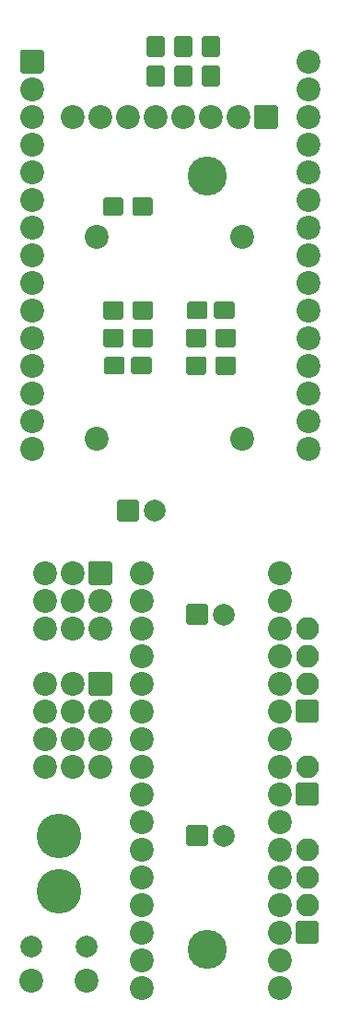
<source format=gbs>
G04 #@! TF.GenerationSoftware,KiCad,Pcbnew,(5.1.9)-1*
G04 #@! TF.CreationDate,2021-04-15T13:52:47+07:00*
G04 #@! TF.ProjectId,pendulumRobotModule,70656e64-756c-4756-9d52-6f626f744d6f,rev?*
G04 #@! TF.SameCoordinates,Original*
G04 #@! TF.FileFunction,Soldermask,Bot*
G04 #@! TF.FilePolarity,Negative*
%FSLAX46Y46*%
G04 Gerber Fmt 4.6, Leading zero omitted, Abs format (unit mm)*
G04 Created by KiCad (PCBNEW (5.1.9)-1) date 2021-04-15 13:52:47*
%MOMM*%
%LPD*%
G01*
G04 APERTURE LIST*
%ADD10C,2.200000*%
%ADD11C,3.600000*%
%ADD12C,2.000000*%
%ADD13O,2.100000X2.100000*%
%ADD14C,4.100000*%
G04 APERTURE END LIST*
D10*
X96520000Y-96520000D03*
X99060000Y-96520000D03*
X101600000Y-96520000D03*
X96520000Y-93980000D03*
X99060000Y-93980000D03*
X101600000Y-93980000D03*
X96520000Y-91440000D03*
X99060000Y-91440000D03*
G36*
G01*
X100700000Y-90340000D02*
X102500000Y-90340000D01*
G75*
G02*
X102700000Y-90540000I0J-200000D01*
G01*
X102700000Y-92340000D01*
G75*
G02*
X102500000Y-92540000I-200000J0D01*
G01*
X100700000Y-92540000D01*
G75*
G02*
X100500000Y-92340000I0J200000D01*
G01*
X100500000Y-90540000D01*
G75*
G02*
X100700000Y-90340000I200000J0D01*
G01*
G37*
X96520000Y-109220000D03*
X99060000Y-109220000D03*
X101600000Y-109220000D03*
X96520000Y-106680000D03*
X99060000Y-106680000D03*
X101600000Y-106680000D03*
X96520000Y-104140000D03*
X99060000Y-104140000D03*
X101600000Y-104140000D03*
X96520000Y-101600000D03*
X99060000Y-101600000D03*
G36*
G01*
X100700000Y-100500000D02*
X102500000Y-100500000D01*
G75*
G02*
X102700000Y-100700000I0J-200000D01*
G01*
X102700000Y-102500000D01*
G75*
G02*
X102500000Y-102700000I-200000J0D01*
G01*
X100700000Y-102700000D01*
G75*
G02*
X100500000Y-102500000I0J200000D01*
G01*
X100500000Y-100700000D01*
G75*
G02*
X100700000Y-100500000I200000J0D01*
G01*
G37*
X120725001Y-44450000D03*
X120725001Y-46990000D03*
X120725001Y-49530000D03*
X120725001Y-52070000D03*
X120725001Y-54610000D03*
X120725001Y-57150000D03*
X120725001Y-59690000D03*
X120725001Y-62230000D03*
X120725001Y-64770000D03*
X120725001Y-67310000D03*
X120725001Y-69850000D03*
X120725001Y-72390000D03*
X120725001Y-74930000D03*
X120725001Y-77470000D03*
X120725001Y-80010000D03*
X95325001Y-80010000D03*
X95325001Y-77470000D03*
X95325001Y-74930000D03*
X95325001Y-72390000D03*
X95325001Y-69850000D03*
X95325001Y-67310000D03*
X95325001Y-64770000D03*
X95325001Y-62230000D03*
X95325001Y-59690000D03*
X95325001Y-57150000D03*
X95325001Y-54610000D03*
X95325001Y-52070000D03*
X95325001Y-49530000D03*
X95325001Y-46990000D03*
G36*
G01*
X94225001Y-45350000D02*
X94225001Y-43550000D01*
G75*
G02*
X94425001Y-43350000I200000J0D01*
G01*
X96225001Y-43350000D01*
G75*
G02*
X96425001Y-43550000I0J-200000D01*
G01*
X96425001Y-45350000D01*
G75*
G02*
X96225001Y-45550000I-200000J0D01*
G01*
X94425001Y-45550000D01*
G75*
G02*
X94225001Y-45350000I0J200000D01*
G01*
G37*
X101250000Y-60550000D03*
X114650000Y-60550000D03*
X114650000Y-79150000D03*
X101250000Y-79150000D03*
X118110000Y-129540000D03*
X118110000Y-127000000D03*
X118110000Y-124460000D03*
X118110000Y-121920000D03*
X118110000Y-119380000D03*
X118110000Y-116840000D03*
X118110000Y-114300000D03*
X118110000Y-111760000D03*
X105410000Y-111760000D03*
X105410000Y-114300000D03*
X105410000Y-116840000D03*
X105410000Y-119380000D03*
X105410000Y-121920000D03*
X105410000Y-124460000D03*
X105410000Y-127000000D03*
X105410000Y-129540000D03*
D11*
X111440000Y-55020000D03*
D10*
X99060000Y-49530000D03*
X101600000Y-49530000D03*
X104140000Y-49530000D03*
X106680000Y-49530000D03*
X109220000Y-49530000D03*
X111760000Y-49530000D03*
X114300000Y-49530000D03*
G36*
G01*
X115940000Y-48430000D02*
X117740000Y-48430000D01*
G75*
G02*
X117940000Y-48630000I0J-200000D01*
G01*
X117940000Y-50430000D01*
G75*
G02*
X117740000Y-50630000I-200000J0D01*
G01*
X115940000Y-50630000D01*
G75*
G02*
X115740000Y-50430000I0J200000D01*
G01*
X115740000Y-48630000D01*
G75*
G02*
X115940000Y-48430000I200000J0D01*
G01*
G37*
G36*
G01*
X109490000Y-96050000D02*
X109490000Y-94450000D01*
G75*
G02*
X109690000Y-94250000I200000J0D01*
G01*
X111290000Y-94250000D01*
G75*
G02*
X111490000Y-94450000I0J-200000D01*
G01*
X111490000Y-96050000D01*
G75*
G02*
X111290000Y-96250000I-200000J0D01*
G01*
X109690000Y-96250000D01*
G75*
G02*
X109490000Y-96050000I0J200000D01*
G01*
G37*
D12*
X112990000Y-95250000D03*
G36*
G01*
X101940000Y-73015000D02*
X101940000Y-71765000D01*
G75*
G02*
X102140000Y-71565000I200000J0D01*
G01*
X103640000Y-71565000D01*
G75*
G02*
X103840000Y-71765000I0J-200000D01*
G01*
X103840000Y-73015000D01*
G75*
G02*
X103640000Y-73215000I-200000J0D01*
G01*
X102140000Y-73215000D01*
G75*
G02*
X101940000Y-73015000I0J200000D01*
G01*
G37*
G36*
G01*
X104440000Y-73015000D02*
X104440000Y-71765000D01*
G75*
G02*
X104640000Y-71565000I200000J0D01*
G01*
X106140000Y-71565000D01*
G75*
G02*
X106340000Y-71765000I0J-200000D01*
G01*
X106340000Y-73015000D01*
G75*
G02*
X106140000Y-73215000I-200000J0D01*
G01*
X104640000Y-73215000D01*
G75*
G02*
X104440000Y-73015000I0J200000D01*
G01*
G37*
G36*
G01*
X113960000Y-66685000D02*
X113960000Y-67935000D01*
G75*
G02*
X113760000Y-68135000I-200000J0D01*
G01*
X112260000Y-68135000D01*
G75*
G02*
X112060000Y-67935000I0J200000D01*
G01*
X112060000Y-66685000D01*
G75*
G02*
X112260000Y-66485000I200000J0D01*
G01*
X113760000Y-66485000D01*
G75*
G02*
X113960000Y-66685000I0J-200000D01*
G01*
G37*
G36*
G01*
X111460000Y-66685000D02*
X111460000Y-67935000D01*
G75*
G02*
X111260000Y-68135000I-200000J0D01*
G01*
X109760000Y-68135000D01*
G75*
G02*
X109560000Y-67935000I0J200000D01*
G01*
X109560000Y-66685000D01*
G75*
G02*
X109760000Y-66485000I200000J0D01*
G01*
X111260000Y-66485000D01*
G75*
G02*
X111460000Y-66685000I0J-200000D01*
G01*
G37*
G36*
G01*
X121700000Y-110910000D02*
X121700000Y-112610000D01*
G75*
G02*
X121500000Y-112810000I-200000J0D01*
G01*
X119800000Y-112810000D01*
G75*
G02*
X119600000Y-112610000I0J200000D01*
G01*
X119600000Y-110910000D01*
G75*
G02*
X119800000Y-110710000I200000J0D01*
G01*
X121500000Y-110710000D01*
G75*
G02*
X121700000Y-110910000I0J-200000D01*
G01*
G37*
D13*
X120650000Y-109220000D03*
G36*
G01*
X121700000Y-103290000D02*
X121700000Y-104990000D01*
G75*
G02*
X121500000Y-105190000I-200000J0D01*
G01*
X119800000Y-105190000D01*
G75*
G02*
X119600000Y-104990000I0J200000D01*
G01*
X119600000Y-103290000D01*
G75*
G02*
X119800000Y-103090000I200000J0D01*
G01*
X121500000Y-103090000D01*
G75*
G02*
X121700000Y-103290000I0J-200000D01*
G01*
G37*
X120650000Y-101600000D03*
X120650000Y-99060000D03*
X120650000Y-96520000D03*
G36*
G01*
X121700000Y-123610000D02*
X121700000Y-125310000D01*
G75*
G02*
X121500000Y-125510000I-200000J0D01*
G01*
X119800000Y-125510000D01*
G75*
G02*
X119600000Y-125310000I0J200000D01*
G01*
X119600000Y-123610000D01*
G75*
G02*
X119800000Y-123410000I200000J0D01*
G01*
X121500000Y-123410000D01*
G75*
G02*
X121700000Y-123610000I0J-200000D01*
G01*
G37*
X120650000Y-121920000D03*
X120650000Y-119380000D03*
X120650000Y-116840000D03*
G36*
G01*
X106440000Y-66660000D02*
X106440000Y-67960000D01*
G75*
G02*
X106240000Y-68160000I-200000J0D01*
G01*
X104740000Y-68160000D01*
G75*
G02*
X104540000Y-67960000I0J200000D01*
G01*
X104540000Y-66660000D01*
G75*
G02*
X104740000Y-66460000I200000J0D01*
G01*
X106240000Y-66460000D01*
G75*
G02*
X106440000Y-66660000I0J-200000D01*
G01*
G37*
G36*
G01*
X103740000Y-66660000D02*
X103740000Y-67960000D01*
G75*
G02*
X103540000Y-68160000I-200000J0D01*
G01*
X102040000Y-68160000D01*
G75*
G02*
X101840000Y-67960000I0J200000D01*
G01*
X101840000Y-66660000D01*
G75*
G02*
X102040000Y-66460000I200000J0D01*
G01*
X103540000Y-66460000D01*
G75*
G02*
X103740000Y-66660000I0J-200000D01*
G01*
G37*
G36*
G01*
X101840000Y-70500000D02*
X101840000Y-69200000D01*
G75*
G02*
X102040000Y-69000000I200000J0D01*
G01*
X103540000Y-69000000D01*
G75*
G02*
X103740000Y-69200000I0J-200000D01*
G01*
X103740000Y-70500000D01*
G75*
G02*
X103540000Y-70700000I-200000J0D01*
G01*
X102040000Y-70700000D01*
G75*
G02*
X101840000Y-70500000I0J200000D01*
G01*
G37*
G36*
G01*
X104540000Y-70500000D02*
X104540000Y-69200000D01*
G75*
G02*
X104740000Y-69000000I200000J0D01*
G01*
X106240000Y-69000000D01*
G75*
G02*
X106440000Y-69200000I0J-200000D01*
G01*
X106440000Y-70500000D01*
G75*
G02*
X106240000Y-70700000I-200000J0D01*
G01*
X104740000Y-70700000D01*
G75*
G02*
X104540000Y-70500000I0J200000D01*
G01*
G37*
G36*
G01*
X106030000Y-42150000D02*
X107330000Y-42150000D01*
G75*
G02*
X107530000Y-42350000I0J-200000D01*
G01*
X107530000Y-43850000D01*
G75*
G02*
X107330000Y-44050000I-200000J0D01*
G01*
X106030000Y-44050000D01*
G75*
G02*
X105830000Y-43850000I0J200000D01*
G01*
X105830000Y-42350000D01*
G75*
G02*
X106030000Y-42150000I200000J0D01*
G01*
G37*
G36*
G01*
X106030000Y-44850000D02*
X107330000Y-44850000D01*
G75*
G02*
X107530000Y-45050000I0J-200000D01*
G01*
X107530000Y-46550000D01*
G75*
G02*
X107330000Y-46750000I-200000J0D01*
G01*
X106030000Y-46750000D01*
G75*
G02*
X105830000Y-46550000I0J200000D01*
G01*
X105830000Y-45050000D01*
G75*
G02*
X106030000Y-44850000I200000J0D01*
G01*
G37*
G36*
G01*
X108570000Y-42150000D02*
X109870000Y-42150000D01*
G75*
G02*
X110070000Y-42350000I0J-200000D01*
G01*
X110070000Y-43850000D01*
G75*
G02*
X109870000Y-44050000I-200000J0D01*
G01*
X108570000Y-44050000D01*
G75*
G02*
X108370000Y-43850000I0J200000D01*
G01*
X108370000Y-42350000D01*
G75*
G02*
X108570000Y-42150000I200000J0D01*
G01*
G37*
G36*
G01*
X108570000Y-44850000D02*
X109870000Y-44850000D01*
G75*
G02*
X110070000Y-45050000I0J-200000D01*
G01*
X110070000Y-46550000D01*
G75*
G02*
X109870000Y-46750000I-200000J0D01*
G01*
X108570000Y-46750000D01*
G75*
G02*
X108370000Y-46550000I0J200000D01*
G01*
X108370000Y-45050000D01*
G75*
G02*
X108570000Y-44850000I200000J0D01*
G01*
G37*
G36*
G01*
X109460000Y-73040000D02*
X109460000Y-71740000D01*
G75*
G02*
X109660000Y-71540000I200000J0D01*
G01*
X111160000Y-71540000D01*
G75*
G02*
X111360000Y-71740000I0J-200000D01*
G01*
X111360000Y-73040000D01*
G75*
G02*
X111160000Y-73240000I-200000J0D01*
G01*
X109660000Y-73240000D01*
G75*
G02*
X109460000Y-73040000I0J200000D01*
G01*
G37*
G36*
G01*
X112160000Y-73040000D02*
X112160000Y-71740000D01*
G75*
G02*
X112360000Y-71540000I200000J0D01*
G01*
X113860000Y-71540000D01*
G75*
G02*
X114060000Y-71740000I0J-200000D01*
G01*
X114060000Y-73040000D01*
G75*
G02*
X113860000Y-73240000I-200000J0D01*
G01*
X112360000Y-73240000D01*
G75*
G02*
X112160000Y-73040000I0J200000D01*
G01*
G37*
G36*
G01*
X114060000Y-69200000D02*
X114060000Y-70500000D01*
G75*
G02*
X113860000Y-70700000I-200000J0D01*
G01*
X112360000Y-70700000D01*
G75*
G02*
X112160000Y-70500000I0J200000D01*
G01*
X112160000Y-69200000D01*
G75*
G02*
X112360000Y-69000000I200000J0D01*
G01*
X113860000Y-69000000D01*
G75*
G02*
X114060000Y-69200000I0J-200000D01*
G01*
G37*
G36*
G01*
X111360000Y-69200000D02*
X111360000Y-70500000D01*
G75*
G02*
X111160000Y-70700000I-200000J0D01*
G01*
X109660000Y-70700000D01*
G75*
G02*
X109460000Y-70500000I0J200000D01*
G01*
X109460000Y-69200000D01*
G75*
G02*
X109660000Y-69000000I200000J0D01*
G01*
X111160000Y-69000000D01*
G75*
G02*
X111360000Y-69200000I0J-200000D01*
G01*
G37*
D14*
X97790000Y-115570000D03*
X97790000Y-120650000D03*
D12*
X112990000Y-115570000D03*
G36*
G01*
X109490000Y-116370000D02*
X109490000Y-114770000D01*
G75*
G02*
X109690000Y-114570000I200000J0D01*
G01*
X111290000Y-114570000D01*
G75*
G02*
X111490000Y-114770000I0J-200000D01*
G01*
X111490000Y-116370000D01*
G75*
G02*
X111290000Y-116570000I-200000J0D01*
G01*
X109690000Y-116570000D01*
G75*
G02*
X109490000Y-116370000I0J200000D01*
G01*
G37*
D11*
X111440000Y-126020000D03*
D12*
X100330000Y-125730000D03*
X95250000Y-125730000D03*
D10*
X105410000Y-109220000D03*
X105410000Y-106680000D03*
X105410000Y-104140000D03*
X105410000Y-101600000D03*
X105410000Y-99060000D03*
X105410000Y-96520000D03*
X105410000Y-93980000D03*
X105410000Y-91440000D03*
X118110000Y-91440000D03*
X118110000Y-93980000D03*
X118110000Y-96520000D03*
X118110000Y-99060000D03*
X118110000Y-101600000D03*
X118110000Y-104140000D03*
X118110000Y-106680000D03*
X118110000Y-109220000D03*
G36*
G01*
X111110000Y-44850000D02*
X112410000Y-44850000D01*
G75*
G02*
X112610000Y-45050000I0J-200000D01*
G01*
X112610000Y-46550000D01*
G75*
G02*
X112410000Y-46750000I-200000J0D01*
G01*
X111110000Y-46750000D01*
G75*
G02*
X110910000Y-46550000I0J200000D01*
G01*
X110910000Y-45050000D01*
G75*
G02*
X111110000Y-44850000I200000J0D01*
G01*
G37*
G36*
G01*
X111110000Y-42150000D02*
X112410000Y-42150000D01*
G75*
G02*
X112610000Y-42350000I0J-200000D01*
G01*
X112610000Y-43850000D01*
G75*
G02*
X112410000Y-44050000I-200000J0D01*
G01*
X111110000Y-44050000D01*
G75*
G02*
X110910000Y-43850000I0J200000D01*
G01*
X110910000Y-42350000D01*
G75*
G02*
X111110000Y-42150000I200000J0D01*
G01*
G37*
D12*
X106640000Y-85725000D03*
G36*
G01*
X103140000Y-86525000D02*
X103140000Y-84925000D01*
G75*
G02*
X103340000Y-84725000I200000J0D01*
G01*
X104940000Y-84725000D01*
G75*
G02*
X105140000Y-84925000I0J-200000D01*
G01*
X105140000Y-86525000D01*
G75*
G02*
X104940000Y-86725000I-200000J0D01*
G01*
X103340000Y-86725000D01*
G75*
G02*
X103140000Y-86525000I0J200000D01*
G01*
G37*
G36*
G01*
X104540000Y-58435000D02*
X104540000Y-57135000D01*
G75*
G02*
X104740000Y-56935000I200000J0D01*
G01*
X106240000Y-56935000D01*
G75*
G02*
X106440000Y-57135000I0J-200000D01*
G01*
X106440000Y-58435000D01*
G75*
G02*
X106240000Y-58635000I-200000J0D01*
G01*
X104740000Y-58635000D01*
G75*
G02*
X104540000Y-58435000I0J200000D01*
G01*
G37*
G36*
G01*
X101840000Y-58435000D02*
X101840000Y-57135000D01*
G75*
G02*
X102040000Y-56935000I200000J0D01*
G01*
X103540000Y-56935000D01*
G75*
G02*
X103740000Y-57135000I0J-200000D01*
G01*
X103740000Y-58435000D01*
G75*
G02*
X103540000Y-58635000I-200000J0D01*
G01*
X102040000Y-58635000D01*
G75*
G02*
X101840000Y-58435000I0J200000D01*
G01*
G37*
D10*
X100330000Y-128905000D03*
X95250000Y-128905000D03*
M02*

</source>
